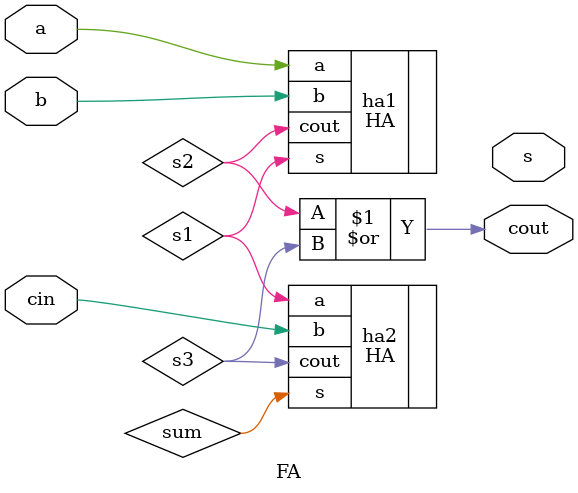
<source format=v>


module FA(
    input a,b,cin,
    output s, cout
    );
    wire s1, s2, s3;
    HA ha1(.a(a),.b(b), .s(s1), .cout(s2));
    HA ha2(.a(s1),.b(cin), .s(sum), .cout(s3));
    or orgate(cout,s2,s3);
endmodule
</source>
